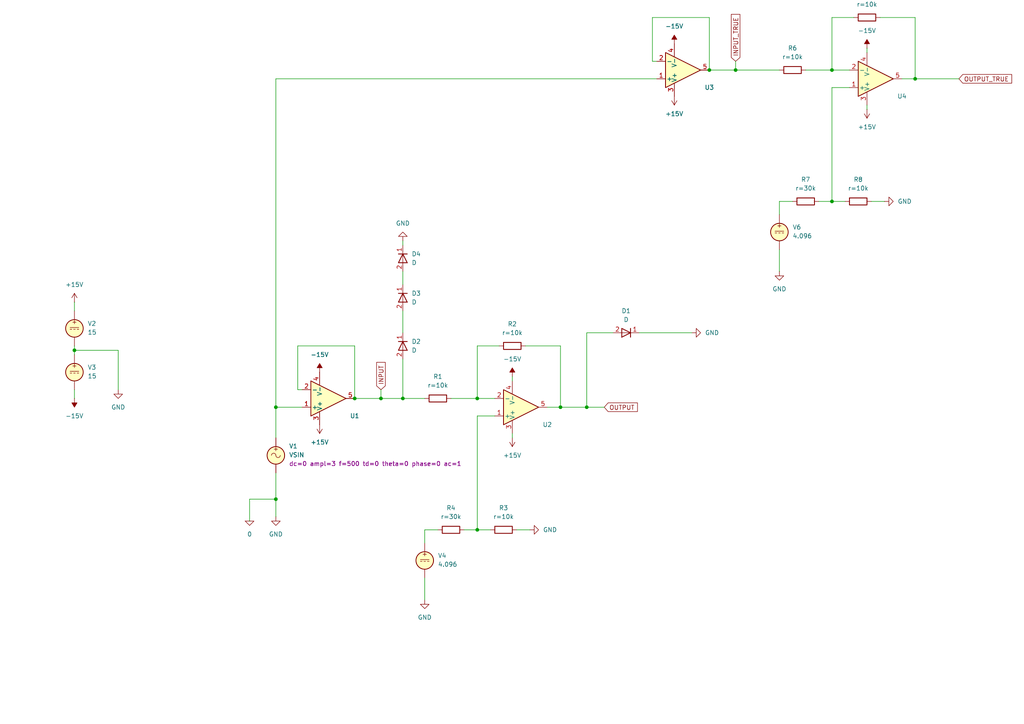
<source format=kicad_sch>
(kicad_sch (version 20231120) (generator "eeschema") (generator_version "8.0")
  (paper "A4")
  (lib_symbols
    (symbol "Device:R" (pin_numbers hide) (pin_names (offset 0))
      (property "Reference" "R" (at 2.032 0 90))
      (property "Value" "R" (at 0 0 90))
      (symbol "R_0_1"
        (rectangle (start -1.016 -2.54) (end 1.016 2.54) (stroke (width 0.254)))
      )
      (symbol "R_1_1"
        (pin passive line (at 0 3.81 270) (length 1.27) (name "~") (number "1"))
        (pin passive line (at 0 -3.81 90) (length 1.27) (name "~") (number "2"))
      )
    )
    (symbol "Simulation_SPICE:0" (power) (pin_numbers hide) (pin_names (offset 0) hide)
      (property "Value" "0" (at 0 -2.54 0))
      (symbol "0_0_1"
        (polyline (pts (xy -1.27 0) (xy 0 -1.27) (xy 1.27 0) (xy -1.27 0)))
      )
      (symbol "0_1_1"
        (pin power_in line (at 0 0 0) (length 0) (name "~") (number "1"))
      )
    )
    (symbol "Simulation_SPICE:D" (pin_names (offset 1.016) hide)
      (property "Reference" "D" (at 0 2.54 0))
      (property "Value" "D" (at 0 -2.54 0))
      (symbol "D_0_1"
        (polyline (pts (xy -1.27 1.27) (xy -1.27 -1.27)) (stroke (width 0.254)))
        (polyline (pts (xy 1.27 0) (xy -1.27 0)))
        (polyline (pts (xy 1.27 1.27) (xy 1.27 -1.27) (xy -1.27 0) (xy 1.27 1.27)) (stroke (width 0.254)))
      )
      (symbol "D_1_1"
        (pin passive line (at -3.81 0 0) (length 2.54) (name "K") (number "1"))
        (pin passive line (at 3.81 0 180) (length 2.54) (name "A") (number "2"))
      )
    )
    (symbol "Simulation_SPICE:OPAMP" (pin_names (offset 0.254))
      (property "Reference" "U" (at 3.81 3.175 0))
      (property "Value" "${SIM.PARAMS}" (at 3.81 -3.175 0))
      (symbol "OPAMP_0_1"
        (polyline (pts (xy 5.08 0) (xy -5.08 5.08) (xy -5.08 -5.08) (xy 5.08 0)) (stroke (width 0.254)) (fill (type background)))
      )
      (symbol "OPAMP_1_1"
        (pin input line (at -7.62 2.54 0) (length 2.54) (name "+") (number "1"))
        (pin input line (at -7.62 -2.54 0) (length 2.54) (name "-") (number "2"))
        (pin power_in line (at -2.54 7.62 270) (length 3.81) (name "V+") (number "3"))
        (pin power_in line (at -2.54 -7.62 90) (length 3.81) (name "V-") (number "4"))
        (pin output line (at 7.62 0 180) (length 2.54) (name "~") (number "5"))
      )
    )
    (symbol "Simulation_SPICE:VDC" (pin_numbers hide) (pin_names (offset 0.0254))
      (property "Reference" "V" (at 2.54 2.54 0))
      (property "Value" "1" (at 2.54 0 0))
      (symbol "VDC_0_0"
        (polyline (pts (xy -1.27 0.254) (xy 1.27 0.254)))
        (polyline (pts (xy -0.762 -0.254) (xy -1.27 -0.254)))
        (polyline (pts (xy 0.254 -0.254) (xy -0.254 -0.254)))
        (polyline (pts (xy 1.27 -0.254) (xy 0.762 -0.254)))
        (text "+" (at 0 1.905 0) (effects (font (size 1.27 1.27))))
      )
      (symbol "VDC_0_1"
        (circle (center 0 0) (radius 2.54) (stroke (width 0.254)) (fill (type background)))
      )
      (symbol "VDC_1_1"
        (pin passive line (at 0 5.08 270) (length 2.54) (name "~") (number "1"))
        (pin passive line (at 0 -5.08 90) (length 2.54) (name "~") (number "2"))
      )
    )
    (symbol "Simulation_SPICE:VSIN" (pin_numbers hide) (pin_names (offset 0.0254))
      (property "Reference" "V" (at 2.54 2.54 0))
      (property "Value" "VSIN" (at 2.54 0 0))
      (property "Sim.Params" "dc=0 ampl=1 f=1k ac=1" (at 2.54 -2.54 0))
      (symbol "VSIN_0_0"
        (arc (start 0 0) (mid -0.635 0.6323) (end -1.27 0))
        (arc (start 0 0) (mid 0.635 -0.6323) (end 1.27 0))
        (text "+" (at 0 1.905 0) (effects (font (size 1.27 1.27))))
      )
      (symbol "VSIN_0_1"
        (circle (center 0 0) (radius 2.54) (stroke (width 0.254)) (fill (type background)))
      )
      (symbol "VSIN_1_1"
        (pin passive line (at 0 5.08 270) (length 2.54) (name "~") (number "1"))
        (pin passive line (at 0 -5.08 90) (length 2.54) (name "~") (number "2"))
      )
    )
    (symbol "power:+15V" (power) (pin_numbers hide) (pin_names (offset 0) hide)
      (property "Value" "+15V" (at 0 3.556 0))
      (symbol "+15V_0_1"
        (polyline (pts (xy -0.762 1.27) (xy 0 2.54)))
        (polyline (pts (xy 0 0) (xy 0 2.54)))
        (polyline (pts (xy 0 2.54) (xy 0.762 1.27)))
      )
      (symbol "+15V_1_1"
        (pin power_in line (at 0 0 90) (length 0) (name "~") (number "1"))
      )
    )
    (symbol "power:-15V" (power) (pin_numbers hide) (pin_names (offset 0) hide)
      (property "Value" "-15V" (at 0 3.556 0))
      (symbol "-15V_0_0"
        (pin power_in line (at 0 0 90) (length 0) (name "~") (number "1"))
      )
      (symbol "-15V_0_1"
        (polyline (pts (xy 0 0) (xy 0 1.27) (xy 0.762 1.27) (xy 0 2.54) (xy -0.762 1.27) (xy 0 1.27)) (fill (type outline)))
      )
    )
    (symbol "power:GND" (power) (pin_numbers hide) (pin_names (offset 0) hide)
      (property "Value" "GND" (at 0 -3.81 0))
      (symbol "GND_0_1"
        (polyline (pts (xy 0 0) (xy 0 -1.27) (xy 1.27 -1.27) (xy 0 -2.54) (xy -1.27 -1.27) (xy 0 -1.27)))
      )
      (symbol "GND_1_1"
        (pin power_in line (at 0 0 270) (length 0) (name "~") (number "1"))
      )
    )
  )
  (junction (at 213.36 20.32))
  (junction (at 205.74 20.32))
  (junction (at 162.56 118.11))
  (junction (at 116.84 115.57))
  (junction (at 138.43 115.57))
  (junction (at 170.18 118.11))
  (junction (at 138.43 153.67))
  (junction (at 241.3 58.42))
  (junction (at 110.49 115.57))
  (junction (at 102.87 115.57))
  (junction (at 265.43 22.86))
  (junction (at 21.59 101.6))
  (junction (at 241.3 20.32))
  (junction (at 80.01 118.11))
  (junction (at 80.01 144.78))
  (wire (pts (xy 148.59 127) (xy 148.59 125.73)))
  (wire (pts (xy 138.43 153.67) (xy 142.24 153.67)))
  (wire (pts (xy 21.59 102.87) (xy 21.59 101.6)))
  (wire (pts (xy 116.84 71.12) (xy 116.84 69.85)))
  (wire (pts (xy 162.56 118.11) (xy 158.75 118.11)))
  (wire (pts (xy 233.68 20.32) (xy 241.3 20.32)))
  (wire (pts (xy 21.59 101.6) (xy 21.59 100.33)))
  (wire (pts (xy 138.43 120.65) (xy 138.43 153.67)))
  (wire (pts (xy 80.01 118.11) (xy 80.01 127)))
  (wire (pts (xy 86.36 100.33) (xy 102.87 100.33)))
  (wire (pts (xy 162.56 118.11) (xy 170.18 118.11)))
  (wire (pts (xy 116.84 78.74) (xy 116.84 82.55)))
  (wire (pts (xy 237.49 58.42) (xy 241.3 58.42)))
  (wire (pts (xy 123.19 173.99) (xy 123.19 167.64)))
  (wire (pts (xy 162.56 100.33) (xy 162.56 118.11)))
  (wire (pts (xy 87.63 118.11) (xy 80.01 118.11)))
  (wire (pts (xy 213.36 20.32) (xy 226.06 20.32)))
  (wire (pts (xy 138.43 115.57) (xy 143.51 115.57)))
  (wire (pts (xy 189.23 17.78) (xy 189.23 5.08)))
  (wire (pts (xy 138.43 100.33) (xy 138.43 115.57)))
  (wire (pts (xy 241.3 5.08) (xy 241.3 20.32)))
  (wire (pts (xy 134.62 153.67) (xy 138.43 153.67)))
  (wire (pts (xy 116.84 104.14) (xy 116.84 115.57)))
  (wire (pts (xy 110.49 113.03) (xy 110.49 115.57)))
  (wire (pts (xy 152.4 100.33) (xy 162.56 100.33)))
  (wire (pts (xy 170.18 96.52) (xy 170.18 118.11)))
  (wire (pts (xy 143.51 120.65) (xy 138.43 120.65)))
  (wire (pts (xy 252.73 58.42) (xy 256.54 58.42)))
  (wire (pts (xy 265.43 22.86) (xy 278.13 22.86)))
  (wire (pts (xy 226.06 58.42) (xy 229.87 58.42)))
  (wire (pts (xy 21.59 113.03) (xy 21.59 115.57)))
  (wire (pts (xy 251.46 13.97) (xy 251.46 15.24)))
  (wire (pts (xy 21.59 101.6) (xy 34.29 101.6)))
  (wire (pts (xy 123.19 153.67) (xy 127 153.67)))
  (wire (pts (xy 255.27 5.08) (xy 265.43 5.08)))
  (wire (pts (xy 246.38 25.4) (xy 241.3 25.4)))
  (wire (pts (xy 87.63 113.03) (xy 86.36 113.03)))
  (wire (pts (xy 213.36 17.78) (xy 213.36 20.32)))
  (wire (pts (xy 241.3 20.32) (xy 246.38 20.32)))
  (wire (pts (xy 149.86 153.67) (xy 153.67 153.67)))
  (wire (pts (xy 102.87 115.57) (xy 110.49 115.57)))
  (wire (pts (xy 241.3 25.4) (xy 241.3 58.42)))
  (wire (pts (xy 177.8 96.52) (xy 170.18 96.52)))
  (wire (pts (xy 80.01 22.86) (xy 80.01 118.11)))
  (wire (pts (xy 80.01 149.86) (xy 80.01 144.78)))
  (wire (pts (xy 247.65 5.08) (xy 241.3 5.08)))
  (wire (pts (xy 130.81 115.57) (xy 138.43 115.57)))
  (wire (pts (xy 116.84 90.17) (xy 116.84 96.52)))
  (wire (pts (xy 80.01 22.86) (xy 190.5 22.86)))
  (wire (pts (xy 123.19 115.57) (xy 116.84 115.57)))
  (wire (pts (xy 185.42 96.52) (xy 200.66 96.52)))
  (wire (pts (xy 170.18 118.11) (xy 175.26 118.11)))
  (wire (pts (xy 226.06 78.74) (xy 226.06 72.39)))
  (wire (pts (xy 265.43 5.08) (xy 265.43 22.86)))
  (wire (pts (xy 34.29 113.03) (xy 34.29 101.6)))
  (wire (pts (xy 205.74 5.08) (xy 205.74 20.32)))
  (wire (pts (xy 251.46 31.75) (xy 251.46 30.48)))
  (wire (pts (xy 110.49 115.57) (xy 116.84 115.57)))
  (wire (pts (xy 190.5 17.78) (xy 189.23 17.78)))
  (wire (pts (xy 189.23 5.08) (xy 205.74 5.08)))
  (wire (pts (xy 21.59 87.63) (xy 21.59 90.17)))
  (wire (pts (xy 226.06 62.23) (xy 226.06 58.42)))
  (wire (pts (xy 205.74 20.32) (xy 213.36 20.32)))
  (wire (pts (xy 72.39 144.78) (xy 80.01 144.78)))
  (wire (pts (xy 144.78 100.33) (xy 138.43 100.33)))
  (wire (pts (xy 80.01 144.78) (xy 80.01 137.16)))
  (wire (pts (xy 265.43 22.86) (xy 261.62 22.86)))
  (wire (pts (xy 86.36 113.03) (xy 86.36 100.33)))
  (wire (pts (xy 102.87 100.33) (xy 102.87 115.57)))
  (wire (pts (xy 72.39 151.13) (xy 72.39 144.78)))
  (wire (pts (xy 148.59 109.22) (xy 148.59 110.49)))
  (wire (pts (xy 123.19 157.48) (xy 123.19 153.67)))
  (wire (pts (xy 241.3 58.42) (xy 245.11 58.42)))
  (global_label "INPUT" (shape input) (at 110.49 113.03 90) (property "Intersheetrefs" "${INTERSHEET_REFS}" (effects (hide yes))))
  (global_label "OUTPUT" (shape input) (at 175.26 118.11 0) (property "Intersheetrefs" "${INTERSHEET_REFS}" (effects (hide yes))))
  (global_label "OUTPUT_TRUE" (shape input) (at 278.13 22.86 0) (property "Intersheetrefs" "${INTERSHEET_REFS}" (effects (hide yes))))
  (global_label "INPUT_TRUE" (shape input) (at 213.36 17.78 90) (property "Intersheetrefs" "${INTERSHEET_REFS}" (effects (hide yes))))
  (symbol (lib_id "power:-15V") (at 21.59 115.57 180) (unit 1)
    (property "Reference" "#PWR04" (effects (hide yes)))
    (property "Value" "-15V" (at 21.59 120.65 0))
    (property "Description" "Power symbol creates a global label with name \"-15V\"" (effects (hide yes)))
  )
  (symbol (lib_id "power:+15V") (at 195.58 27.94 180) (unit 1)
    (property "Reference" "#PWR017" (effects (hide yes)))
    (property "Value" "+15V" (at 195.58 33.02 0))
    (property "Description" "Power symbol creates a global label with name \"+15V\"" (effects (hide yes)))
  )
  (symbol (lib_id "Simulation_SPICE:VDC") (at 21.59 95.25 0) (unit 1)
    (property "Reference" "V2" (at 25.4 93.8501 0) (effects (justify left)))
    (property "Value" "15" (at 25.4 96.3901 0) (effects (justify left)))
    (property "Datasheet" "https://ngspice.sourceforge.io/docs/ngspice-html-manual/manual.xhtml#sec_Independent_Sources_for" (effects (hide yes)))
    (property "Description" "Voltage source, DC" (effects (hide yes)))
    (property "Sim.Pins" "1=+ 2=-" (effects (hide yes)))
    (property "Sim.Type" "DC" (effects (hide yes)))
    (property "Sim.Device" "V" (effects (hide yes)))
  )
  (symbol (lib_id "Simulation_SPICE:VDC") (at 226.06 67.31 0) (unit 1)
    (property "Reference" "V6" (at 229.87 65.9101 0) (effects (justify left)))
    (property "Value" "4.096" (at 229.87 68.4501 0) (effects (justify left)))
    (property "Datasheet" "https://ngspice.sourceforge.io/docs/ngspice-html-manual/manual.xhtml#sec_Independent_Sources_for" (effects (hide yes)))
    (property "Description" "Voltage source, DC" (effects (hide yes)))
    (property "Sim.Pins" "1=+ 2=-" (effects (hide yes)))
    (property "Sim.Type" "DC" (effects (hide yes)))
    (property "Sim.Device" "V" (effects (hide yes)))
  )
  (symbol (lib_id "Simulation_SPICE:OPAMP") (at 95.25 115.57 0) (mirror x) (unit 1)
    (property "Reference" "U1" (at 102.87 120.6186 0))
    (property "Value" "${SIM.PARAMS}" (at 102.87 118.7135 0))
    (property "Datasheet" "https://ngspice.sourceforge.io/docs/ngspice-html-manual/manual.xhtml#sec__SUBCKT_Subcircuits" (effects (hide yes)))
    (property "Description" "Operational amplifier, single, node sequence=1:+ 2:- 3:OUT 4:V+ 5:V-" (effects (hide yes)))
    (property "Sim.Pins" "1=+IN 2=-IN 3=VCC 4=VEE 5=OUT" (effects (hide yes)))
    (property "Sim.Device" "SUBCKT" (effects (hide yes)))
    (property "Sim.Library" "E:\\project_folder\\git_repository\\OriginalSMU_KKHS\\Circuit\\Sim\\LM4565_Rev002.lib" (effects (hide yes)))
    (property "Sim.Name" "lm4565_sub" (effects (hide yes)))
  )
  (symbol (lib_id "Simulation_SPICE:VDC") (at 21.59 107.95 0) (unit 1)
    (property "Reference" "V3" (at 25.4 106.5501 0) (effects (justify left)))
    (property "Value" "15" (at 25.4 109.0901 0) (effects (justify left)))
    (property "Datasheet" "https://ngspice.sourceforge.io/docs/ngspice-html-manual/manual.xhtml#sec_Independent_Sources_for" (effects (hide yes)))
    (property "Description" "Voltage source, DC" (effects (hide yes)))
    (property "Sim.Pins" "1=+ 2=-" (effects (hide yes)))
    (property "Sim.Type" "DC" (effects (hide yes)))
    (property "Sim.Device" "V" (effects (hide yes)))
  )
  (symbol (lib_id "Device:R") (at 229.87 20.32 90) (unit 1)
    (property "Reference" "R6" (at 229.87 13.97 90))
    (property "Value" "${SIM.PARAMS}" (at 229.87 16.51 90))
    (property "Description" "Resistor" (effects (hide yes)))
    (property "Sim.Device" "R" (effects (hide yes)))
    (property "Sim.Type" "=" (effects (hide yes)))
    (property "Sim.Params" "r=10k" (effects (hide yes)))
    (property "Sim.Pins" "1=+ 2=-" (effects (hide yes)))
  )
  (symbol (lib_id "Simulation_SPICE:VSIN") (at 80.01 132.08 0) (unit 1)
    (property "Reference" "V1" (at 83.82 129.4101 0) (effects (justify left)))
    (property "Value" "VSIN" (at 83.82 131.9501 0) (effects (justify left)))
    (property "Datasheet" "https://ngspice.sourceforge.io/docs/ngspice-html-manual/manual.xhtml#sec_Independent_Sources_for" (effects (hide yes)))
    (property "Description" "Voltage source, sinusoidal" (effects (hide yes)))
    (property "Sim.Pins" "1=+ 2=-" (effects (hide yes)))
    (property "Sim.Params" "dc=0 ampl=3 f=500 td=0 theta=0 phase=0 ac=1" (at 83.82 134.4901 0) (effects (justify left)))
    (property "Sim.Type" "SIN" (effects (hide yes)))
    (property "Sim.Device" "V" (effects (hide yes)))
  )
  (symbol (lib_id "Device:R") (at 248.92 58.42 90) (unit 1)
    (property "Reference" "R8" (at 248.92 52.07 90))
    (property "Value" "${SIM.PARAMS}" (at 248.92 54.61 90))
    (property "Description" "Resistor" (effects (hide yes)))
    (property "Sim.Device" "R" (effects (hide yes)))
    (property "Sim.Type" "=" (effects (hide yes)))
    (property "Sim.Params" "r=10k" (effects (hide yes)))
    (property "Sim.Pins" "1=+ 2=-" (effects (hide yes)))
  )
  (symbol (lib_id "power:GND") (at 123.19 173.99 0) (unit 1)
    (property "Reference" "#PWR08" (effects (hide yes)))
    (property "Value" "GND" (at 123.19 179.07 0))
    (property "Description" "Power symbol creates a global label with name \"GND\" , ground" (effects (hide yes)))
  )
  (symbol (lib_id "Simulation_SPICE:D") (at 181.61 96.52 180) (unit 1)
    (property "Reference" "D1" (at 181.61 90.17 0))
    (property "Value" "D" (at 181.61 92.71 0))
    (property "Datasheet" "https://ngspice.sourceforge.io/docs/ngspice-html-manual/manual.xhtml#cha_DIODEs" (effects (hide yes)))
    (property "Description" "Diode for simulation or PCB" (effects (hide yes)))
    (property "Sim.Device" "SUBCKT" (effects (hide yes)))
    (property "Sim.Library" "cdzv4_3b.lib" (effects (hide yes)))
    (property "Sim.Name" "CDZV4_3B" (effects (hide yes)))
    (property "Sim.Pins" "1=1 2=2" (effects (hide yes)))
  )
  (symbol (lib_id "Device:R") (at 148.59 100.33 90) (unit 1)
    (property "Reference" "R2" (at 148.59 93.98 90))
    (property "Value" "${SIM.PARAMS}" (at 148.59 96.52 90))
    (property "Description" "Resistor" (effects (hide yes)))
    (property "Sim.Device" "R" (effects (hide yes)))
    (property "Sim.Type" "=" (effects (hide yes)))
    (property "Sim.Params" "r=10k" (effects (hide yes)))
    (property "Sim.Pins" "1=+ 2=-" (effects (hide yes)))
  )
  (symbol (lib_id "Simulation_SPICE:D") (at 116.84 86.36 270) (unit 1)
    (property "Reference" "D3" (at 119.38 85.0899 90) (effects (justify left)))
    (property "Value" "D" (at 119.38 87.6299 90) (effects (justify left)))
    (property "Datasheet" "https://ngspice.sourceforge.io/docs/ngspice-html-manual/manual.xhtml#cha_DIODEs" (effects (hide yes)))
    (property "Description" "Diode for simulation or PCB" (effects (hide yes)))
    (property "Sim.Device" "D" (effects (hide yes)))
    (property "Sim.Pins" "1=K 2=A" (effects (hide yes)))
    (property "Sim.Params" "rs=50m cjo=10p" (effects (hide yes)))
  )
  (symbol (lib_id "Simulation_SPICE:OPAMP") (at 198.12 20.32 0) (mirror x) (unit 1)
    (property "Reference" "U3" (at 205.74 25.3686 0))
    (property "Value" "${SIM.PARAMS}" (at 205.74 23.4635 0))
    (property "Datasheet" "https://ngspice.sourceforge.io/docs/ngspice-html-manual/manual.xhtml#sec__SUBCKT_Subcircuits" (effects (hide yes)))
    (property "Description" "Operational amplifier, single, node sequence=1:+ 2:- 3:OUT 4:V+ 5:V-" (effects (hide yes)))
    (property "Sim.Pins" "1=+IN 2=-IN 3=VCC 4=VEE 5=OUT" (effects (hide yes)))
    (property "Sim.Device" "SUBCKT" (effects (hide yes)))
    (property "Sim.Library" "E:\\project_folder\\git_repository\\OriginalSMU_KKHS\\Circuit\\Sim\\LM4565_Rev002.lib" (effects (hide yes)))
    (property "Sim.Name" "lm4565_sub" (effects (hide yes)))
  )
  (symbol (lib_id "Simulation_SPICE:D") (at 116.84 74.93 270) (unit 1)
    (property "Reference" "D4" (at 119.38 73.6599 90) (effects (justify left)))
    (property "Value" "D" (at 119.38 76.1999 90) (effects (justify left)))
    (property "Datasheet" "https://ngspice.sourceforge.io/docs/ngspice-html-manual/manual.xhtml#cha_DIODEs" (effects (hide yes)))
    (property "Description" "Diode for simulation or PCB" (effects (hide yes)))
    (property "Sim.Device" "D" (effects (hide yes)))
    (property "Sim.Pins" "1=K 2=A" (effects (hide yes)))
    (property "Sim.Params" "rs=50m cjo=10p" (effects (hide yes)))
  )
  (symbol (lib_id "power:+15V") (at 92.71 123.19 180) (unit 1)
    (property "Reference" "#PWR012" (effects (hide yes)))
    (property "Value" "+15V" (at 92.71 128.27 0))
    (property "Description" "Power symbol creates a global label with name \"+15V\"" (effects (hide yes)))
  )
  (symbol (lib_id "power:GND") (at 200.66 96.52 90) (unit 1)
    (property "Reference" "#PWR09" (effects (hide yes)))
    (property "Value" "GND" (at 204.47 96.5199 90) (effects (justify right)))
    (property "Description" "Power symbol creates a global label with name \"GND\" , ground" (effects (hide yes)))
  )
  (symbol (lib_id "power:GND") (at 256.54 58.42 90) (unit 1)
    (property "Reference" "#PWR020" (effects (hide yes)))
    (property "Value" "GND" (at 260.35 58.4199 90) (effects (justify right)))
    (property "Description" "Power symbol creates a global label with name \"GND\" , ground" (effects (hide yes)))
  )
  (symbol (lib_id "power:GND") (at 226.06 78.74 0) (unit 1)
    (property "Reference" "#PWR021" (effects (hide yes)))
    (property "Value" "GND" (at 226.06 83.82 0))
    (property "Description" "Power symbol creates a global label with name \"GND\" , ground" (effects (hide yes)))
  )
  (symbol (lib_id "power:+15V") (at 148.59 127 180) (unit 1)
    (property "Reference" "#PWR05" (effects (hide yes)))
    (property "Value" "+15V" (at 148.59 132.08 0))
    (property "Description" "Power symbol creates a global label with name \"+15V\"" (effects (hide yes)))
  )
  (symbol (lib_id "Simulation_SPICE:OPAMP") (at 151.13 118.11 0) (mirror x) (unit 1)
    (property "Reference" "U2" (at 158.75 123.1586 0))
    (property "Value" "${SIM.PARAMS}" (at 158.75 121.2535 0))
    (property "Datasheet" "https://ngspice.sourceforge.io/docs/ngspice-html-manual/manual.xhtml#sec__SUBCKT_Subcircuits" (effects (hide yes)))
    (property "Description" "Operational amplifier, single, node sequence=1:+ 2:- 3:OUT 4:V+ 5:V-" (effects (hide yes)))
    (property "Sim.Pins" "1=+IN 2=-IN 3=VCC 4=VEE 5=OUT" (effects (hide yes)))
    (property "Sim.Device" "SUBCKT" (effects (hide yes)))
    (property "Sim.Library" "E:\\project_folder\\git_repository\\OriginalSMU_KKHS\\Circuit\\Sim\\LM4565_Rev002.lib" (effects (hide yes)))
    (property "Sim.Name" "lm4565_sub" (effects (hide yes)))
  )
  (symbol (lib_id "Simulation_SPICE:D") (at 116.84 100.33 270) (unit 1)
    (property "Reference" "D2" (at 119.38 99.0599 90) (effects (justify left)))
    (property "Value" "D" (at 119.38 101.5999 90) (effects (justify left)))
    (property "Datasheet" "https://ngspice.sourceforge.io/docs/ngspice-html-manual/manual.xhtml#cha_DIODEs" (effects (hide yes)))
    (property "Description" "Diode for simulation or PCB" (effects (hide yes)))
    (property "Sim.Device" "D" (effects (hide yes)))
    (property "Sim.Pins" "1=K 2=A" (effects (hide yes)))
    (property "Sim.Params" "rs=50m cjo=10p" (effects (hide yes)))
  )
  (symbol (lib_id "power:-15V") (at 148.59 109.22 0) (unit 1)
    (property "Reference" "#PWR06" (effects (hide yes)))
    (property "Value" "-15V" (at 148.59 104.14 0))
    (property "Description" "Power symbol creates a global label with name \"-15V\"" (effects (hide yes)))
  )
  (symbol (lib_id "power:-15V") (at 195.58 12.7 0) (unit 1)
    (property "Reference" "#PWR015" (effects (hide yes)))
    (property "Value" "-15V" (at 195.58 7.62 0))
    (property "Description" "Power symbol creates a global label with name \"-15V\"" (effects (hide yes)))
  )
  (symbol (lib_id "power:+15V") (at 21.59 87.63 0) (unit 1)
    (property "Reference" "#PWR03" (effects (hide yes)))
    (property "Value" "+15V" (at 21.59 82.55 0))
    (property "Description" "Power symbol creates a global label with name \"+15V\"" (effects (hide yes)))
  )
  (symbol (lib_id "Device:R") (at 127 115.57 90) (unit 1)
    (property "Reference" "R1" (at 127 109.22 90))
    (property "Value" "${SIM.PARAMS}" (at 127 111.76 90))
    (property "Description" "Resistor" (effects (hide yes)))
    (property "Sim.Device" "R" (effects (hide yes)))
    (property "Sim.Type" "=" (effects (hide yes)))
    (property "Sim.Params" "r=10k" (effects (hide yes)))
    (property "Sim.Pins" "1=+ 2=-" (effects (hide yes)))
  )
  (symbol (lib_id "Simulation_SPICE:VDC") (at 123.19 162.56 0) (unit 1)
    (property "Reference" "V4" (at 127 161.1601 0) (effects (justify left)))
    (property "Value" "4.096" (at 127 163.7001 0) (effects (justify left)))
    (property "Datasheet" "https://ngspice.sourceforge.io/docs/ngspice-html-manual/manual.xhtml#sec_Independent_Sources_for" (effects (hide yes)))
    (property "Description" "Voltage source, DC" (effects (hide yes)))
    (property "Sim.Pins" "1=+ 2=-" (effects (hide yes)))
    (property "Sim.Type" "DC" (effects (hide yes)))
    (property "Sim.Device" "V" (effects (hide yes)))
  )
  (symbol (lib_id "Simulation_SPICE:OPAMP") (at 254 22.86 0) (mirror x) (unit 1)
    (property "Reference" "U4" (at 261.62 27.9086 0))
    (property "Value" "${SIM.PARAMS}" (at 261.62 26.0035 0))
    (property "Datasheet" "https://ngspice.sourceforge.io/docs/ngspice-html-manual/manual.xhtml#sec__SUBCKT_Subcircuits" (effects (hide yes)))
    (property "Description" "Operational amplifier, single, node sequence=1:+ 2:- 3:OUT 4:V+ 5:V-" (effects (hide yes)))
    (property "Sim.Pins" "1=+IN 2=-IN 3=VCC 4=VEE 5=OUT" (effects (hide yes)))
    (property "Sim.Device" "SUBCKT" (effects (hide yes)))
    (property "Sim.Library" "E:\\project_folder\\git_repository\\OriginalSMU_KKHS\\Circuit\\Sim\\LM4565_Rev002.lib" (effects (hide yes)))
    (property "Sim.Name" "lm4565_sub" (effects (hide yes)))
  )
  (symbol (lib_id "power:GND") (at 80.01 149.86 0) (unit 1)
    (property "Reference" "#PWR01" (effects (hide yes)))
    (property "Value" "GND" (at 80.01 154.94 0))
    (property "Description" "Power symbol creates a global label with name \"GND\" , ground" (effects (hide yes)))
  )
  (symbol (lib_id "power:GND") (at 116.84 69.85 180) (unit 1)
    (property "Reference" "#PWR010" (effects (hide yes)))
    (property "Value" "GND" (at 116.84 64.77 0))
    (property "Description" "Power symbol creates a global label with name \"GND\" , ground" (effects (hide yes)))
  )
  (symbol (lib_id "Device:R") (at 233.68 58.42 90) (unit 1)
    (property "Reference" "R7" (at 233.68 52.07 90))
    (property "Value" "${SIM.PARAMS}" (at 233.68 54.61 90))
    (property "Description" "Resistor" (effects (hide yes)))
    (property "Sim.Device" "R" (effects (hide yes)))
    (property "Sim.Type" "=" (effects (hide yes)))
    (property "Sim.Params" "r=30k" (effects (hide yes)))
    (property "Sim.Pins" "1=+ 2=-" (effects (hide yes)))
  )
  (symbol (lib_id "Device:R") (at 251.46 5.08 90) (unit 1)
    (property "Reference" "R5" (at 251.46 -1.27 90))
    (property "Value" "${SIM.PARAMS}" (at 251.46 1.27 90))
    (property "Description" "Resistor" (effects (hide yes)))
    (property "Sim.Device" "R" (effects (hide yes)))
    (property "Sim.Type" "=" (effects (hide yes)))
    (property "Sim.Params" "r=10k" (effects (hide yes)))
    (property "Sim.Pins" "1=+ 2=-" (effects (hide yes)))
  )
  (symbol (lib_id "Device:R") (at 130.81 153.67 90) (unit 1)
    (property "Reference" "R4" (at 130.81 147.32 90))
    (property "Value" "${SIM.PARAMS}" (at 130.81 149.86 90))
    (property "Description" "Resistor" (effects (hide yes)))
    (property "Sim.Device" "R" (effects (hide yes)))
    (property "Sim.Type" "=" (effects (hide yes)))
    (property "Sim.Params" "r=30k" (effects (hide yes)))
    (property "Sim.Pins" "1=+ 2=-" (effects (hide yes)))
  )
  (symbol (lib_id "power:GND") (at 153.67 153.67 90) (unit 1)
    (property "Reference" "#PWR07" (effects (hide yes)))
    (property "Value" "GND" (at 157.48 153.6699 90) (effects (justify right)))
    (property "Description" "Power symbol creates a global label with name \"GND\" , ground" (effects (hide yes)))
  )
  (symbol (lib_id "Device:R") (at 146.05 153.67 90) (unit 1)
    (property "Reference" "R3" (at 146.05 147.32 90))
    (property "Value" "${SIM.PARAMS}" (at 146.05 149.86 90))
    (property "Description" "Resistor" (effects (hide yes)))
    (property "Sim.Device" "R" (effects (hide yes)))
    (property "Sim.Type" "=" (effects (hide yes)))
    (property "Sim.Params" "r=10k" (effects (hide yes)))
    (property "Sim.Pins" "1=+ 2=-" (effects (hide yes)))
  )
  (symbol (lib_id "power:-15V") (at 251.46 13.97 0) (unit 1)
    (property "Reference" "#PWR016" (effects (hide yes)))
    (property "Value" "-15V" (at 251.46 8.89 0))
    (property "Description" "Power symbol creates a global label with name \"-15V\"" (effects (hide yes)))
  )
  (symbol (lib_id "Simulation_SPICE:0") (at 72.39 151.13 0) (unit 1)
    (property "Reference" "#GND01" (effects (hide yes)))
    (property "Value" "0" (at 72.39 154.94 0))
    (property "Datasheet" "https://ngspice.sourceforge.io/docs/ngspice-html-manual/manual.xhtml#subsec_Circuit_elements__device" (effects (hide yes)))
    (property "Description" "0V reference potential for simulation" (effects (hide yes)))
  )
  (symbol (lib_id "power:+15V") (at 251.46 31.75 180) (unit 1)
    (property "Reference" "#PWR018" (effects (hide yes)))
    (property "Value" "+15V" (at 251.46 36.83 0))
    (property "Description" "Power symbol creates a global label with name \"+15V\"" (effects (hide yes)))
  )
  (symbol (lib_id "power:GND") (at 34.29 113.03 0) (unit 1)
    (property "Reference" "#PWR02" (effects (hide yes)))
    (property "Value" "GND" (at 34.29 118.11 0))
    (property "Description" "Power symbol creates a global label with name \"GND\" , ground" (effects (hide yes)))
  )
  (symbol (lib_id "power:-15V") (at 92.71 107.95 0) (unit 1)
    (property "Reference" "#PWR011" (effects (hide yes)))
    (property "Value" "-15V" (at 92.71 102.87 0))
    (property "Description" "Power symbol creates a global label with name \"-15V\"" (effects (hide yes)))
  )
)
</source>
